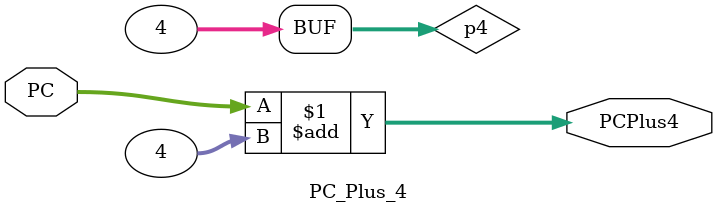
<source format=v>
module PC_Plus_4(
    input [31:0] PC,
    output [31:0] PCPlus4
);
    integer p4 = 4;
    assign PCPlus4 = PC + p4;

endmodule
</source>
